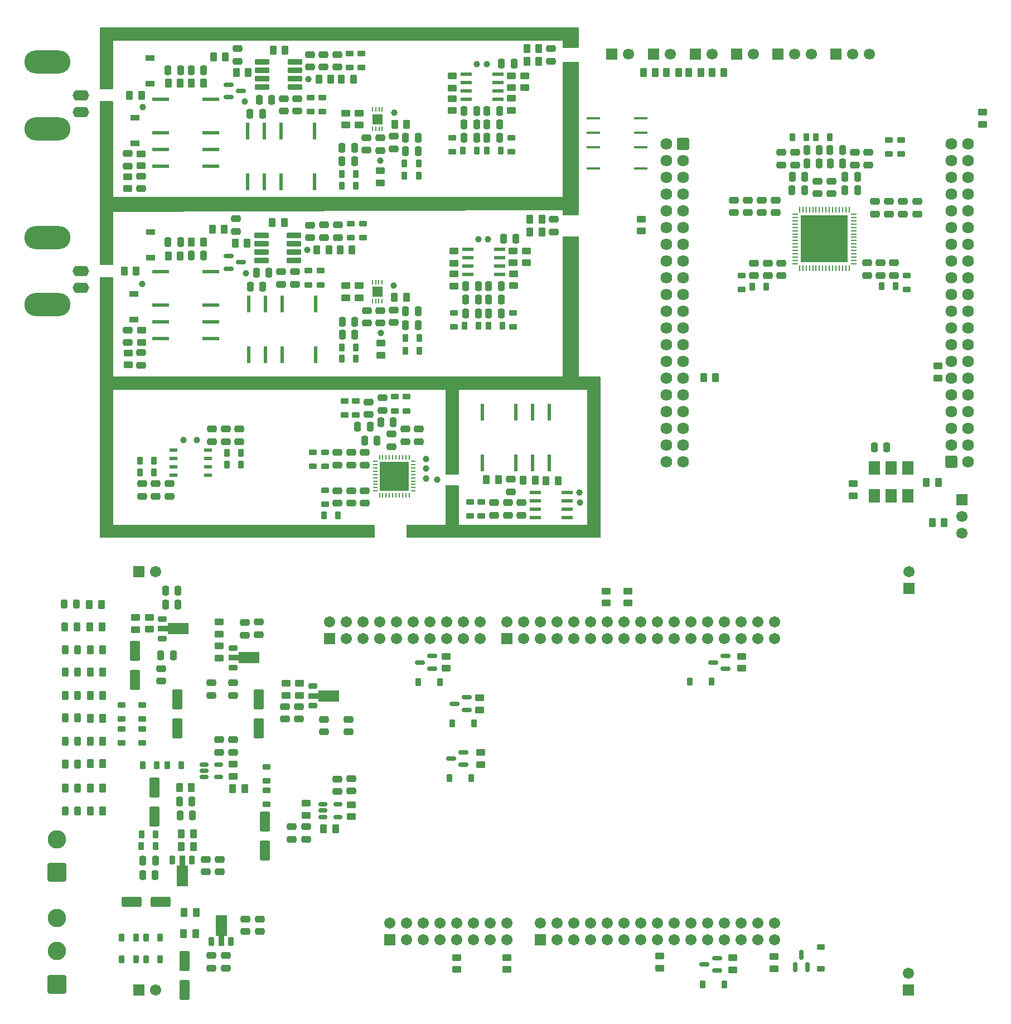
<source format=gts>
%TF.GenerationSoftware,KiCad,Pcbnew,9.0.6-9.0.6~ubuntu24.04.1*%
%TF.CreationDate,2025-12-16T01:45:29+01:00*%
%TF.ProjectId,DigitalOsciloscope,44696769-7461-46c4-9f73-63696c6f7363,rev?*%
%TF.SameCoordinates,Original*%
%TF.FileFunction,Soldermask,Top*%
%TF.FilePolarity,Negative*%
%FSLAX46Y46*%
G04 Gerber Fmt 4.6, Leading zero omitted, Abs format (unit mm)*
G04 Created by KiCad (PCBNEW 9.0.6-9.0.6~ubuntu24.04.1) date 2025-12-16 01:45:29*
%MOMM*%
%LPD*%
G01*
G04 APERTURE LIST*
G04 Aperture macros list*
%AMRoundRect*
0 Rectangle with rounded corners*
0 $1 Rounding radius*
0 $2 $3 $4 $5 $6 $7 $8 $9 X,Y pos of 4 corners*
0 Add a 4 corners polygon primitive as box body*
4,1,4,$2,$3,$4,$5,$6,$7,$8,$9,$2,$3,0*
0 Add four circle primitives for the rounded corners*
1,1,$1+$1,$2,$3*
1,1,$1+$1,$4,$5*
1,1,$1+$1,$6,$7*
1,1,$1+$1,$8,$9*
0 Add four rect primitives between the rounded corners*
20,1,$1+$1,$2,$3,$4,$5,0*
20,1,$1+$1,$4,$5,$6,$7,0*
20,1,$1+$1,$6,$7,$8,$9,0*
20,1,$1+$1,$8,$9,$2,$3,0*%
%AMFreePoly0*
4,1,9,3.862500,-0.866500,0.737500,-0.866500,0.737500,-0.450000,-0.737500,-0.450000,-0.737500,0.450000,0.737500,0.450000,0.737500,0.866500,3.862500,0.866500,3.862500,-0.866500,3.862500,-0.866500,$1*%
G04 Aperture macros list end*
%ADD10RoundRect,0.250000X-0.475000X0.250000X-0.475000X-0.250000X0.475000X-0.250000X0.475000X0.250000X0*%
%ADD11RoundRect,0.250000X-0.450000X0.262500X-0.450000X-0.262500X0.450000X-0.262500X0.450000X0.262500X0*%
%ADD12RoundRect,0.250000X0.475000X-0.250000X0.475000X0.250000X-0.475000X0.250000X-0.475000X-0.250000X0*%
%ADD13RoundRect,0.250000X0.262500X0.450000X-0.262500X0.450000X-0.262500X-0.450000X0.262500X-0.450000X0*%
%ADD14RoundRect,0.250000X0.250000X0.475000X-0.250000X0.475000X-0.250000X-0.475000X0.250000X-0.475000X0*%
%ADD15R,1.700000X1.700000*%
%ADD16C,1.700000*%
%ADD17RoundRect,0.250000X-0.550000X1.250000X-0.550000X-1.250000X0.550000X-1.250000X0.550000X1.250000X0*%
%ADD18RoundRect,0.218750X0.218750X0.381250X-0.218750X0.381250X-0.218750X-0.381250X0.218750X-0.381250X0*%
%ADD19RoundRect,0.250000X-0.250000X-0.475000X0.250000X-0.475000X0.250000X0.475000X-0.250000X0.475000X0*%
%ADD20R,1.676400X0.508000*%
%ADD21RoundRect,0.218750X-0.218750X-0.381250X0.218750X-0.381250X0.218750X0.381250X-0.218750X0.381250X0*%
%ADD22RoundRect,0.218750X-0.381250X0.218750X-0.381250X-0.218750X0.381250X-0.218750X0.381250X0.218750X0*%
%ADD23R,2.616200X0.508000*%
%ADD24RoundRect,0.250000X-0.262500X-0.450000X0.262500X-0.450000X0.262500X0.450000X-0.262500X0.450000X0*%
%ADD25RoundRect,0.150000X0.587500X0.150000X-0.587500X0.150000X-0.587500X-0.150000X0.587500X-0.150000X0*%
%ADD26RoundRect,0.250000X0.450000X-0.262500X0.450000X0.262500X-0.450000X0.262500X-0.450000X-0.262500X0*%
%ADD27C,1.000000*%
%ADD28RoundRect,0.225000X-0.425000X-0.225000X0.425000X-0.225000X0.425000X0.225000X-0.425000X0.225000X0*%
%ADD29FreePoly0,0.000000*%
%ADD30RoundRect,0.218750X0.381250X-0.218750X0.381250X0.218750X-0.381250X0.218750X-0.381250X-0.218750X0*%
%ADD31RoundRect,0.225000X-0.225000X-0.375000X0.225000X-0.375000X0.225000X0.375000X-0.225000X0.375000X0*%
%ADD32RoundRect,0.243750X0.243750X0.456250X-0.243750X0.456250X-0.243750X-0.456250X0.243750X-0.456250X0*%
%ADD33R,1.400000X0.900000*%
%ADD34RoundRect,0.100500X-0.986500X-0.301500X0.986500X-0.301500X0.986500X0.301500X-0.986500X0.301500X0*%
%ADD35R,1.800000X2.000000*%
%ADD36R,2.133600X0.457200*%
%ADD37RoundRect,0.102000X0.754000X-0.754000X0.754000X0.754000X-0.754000X0.754000X-0.754000X-0.754000X0*%
%ADD38C,1.712000*%
%ADD39O,2.500000X1.600000*%
%ADD40O,7.000000X3.500000*%
%ADD41RoundRect,0.250001X1.149999X-1.149999X1.149999X1.149999X-1.149999X1.149999X-1.149999X-1.149999X0*%
%ADD42C,2.800000*%
%ADD43RoundRect,0.150000X-0.512500X-0.150000X0.512500X-0.150000X0.512500X0.150000X-0.512500X0.150000X0*%
%ADD44RoundRect,0.225000X0.225000X0.375000X-0.225000X0.375000X-0.225000X-0.375000X0.225000X-0.375000X0*%
%ADD45R,0.508000X2.616200*%
%ADD46RoundRect,0.062500X-0.062500X0.375000X-0.062500X-0.375000X0.062500X-0.375000X0.062500X0.375000X0*%
%ADD47RoundRect,0.062500X-0.375000X0.062500X-0.375000X-0.062500X0.375000X-0.062500X0.375000X0.062500X0*%
%ADD48R,7.150000X7.150000*%
%ADD49RoundRect,0.150000X-0.587500X-0.150000X0.587500X-0.150000X0.587500X0.150000X-0.587500X0.150000X0*%
%ADD50RoundRect,0.150000X0.150000X-0.587500X0.150000X0.587500X-0.150000X0.587500X-0.150000X-0.587500X0*%
%ADD51R,1.257300X0.508000*%
%ADD52R,0.711200X0.254000*%
%ADD53R,0.254000X0.711200*%
%ADD54R,4.495800X4.495800*%
%ADD55RoundRect,0.225000X0.375000X-0.225000X0.375000X0.225000X-0.375000X0.225000X-0.375000X-0.225000X0*%
%ADD56RoundRect,0.250000X0.550000X-1.250000X0.550000X1.250000X-0.550000X1.250000X-0.550000X-1.250000X0*%
%ADD57RoundRect,0.225000X-0.225000X0.425000X-0.225000X-0.425000X0.225000X-0.425000X0.225000X0.425000X0*%
%ADD58FreePoly0,270.000000*%
%ADD59R,0.274600X0.703200*%
%ADD60R,1.600000X1.600000*%
%ADD61RoundRect,0.225000X0.225000X-0.425000X0.225000X0.425000X-0.225000X0.425000X-0.225000X-0.425000X0*%
%ADD62FreePoly0,90.000000*%
%ADD63RoundRect,0.250000X1.250000X0.550000X-1.250000X0.550000X-1.250000X-0.550000X1.250000X-0.550000X0*%
%ADD64RoundRect,0.102000X0.795000X0.795000X-0.795000X0.795000X-0.795000X-0.795000X0.795000X-0.795000X0*%
%ADD65C,1.794000*%
G04 APERTURE END LIST*
D10*
%TO.C,C112*%
X153900000Y-152500000D03*
X153900000Y-154400000D03*
%TD*%
D11*
%TO.C,R44*%
X190500000Y-60397500D03*
X190500000Y-62222500D03*
%TD*%
D12*
%TO.C,C84*%
X233300000Y-81150000D03*
X233300000Y-79250000D03*
%TD*%
D13*
%TO.C,R18*%
X154262500Y-57500000D03*
X156087500Y-57500000D03*
%TD*%
D10*
%TO.C,C151*%
X253650000Y-72000000D03*
X253650000Y-73900000D03*
%TD*%
D14*
%TO.C,C146*%
X178050000Y-113600000D03*
X176150000Y-113600000D03*
%TD*%
D15*
%TO.C,J10*%
X214760000Y-57100000D03*
D16*
X217300000Y-57100000D03*
%TD*%
D17*
%TO.C,C126*%
X149900000Y-194700000D03*
X149900000Y-199100000D03*
%TD*%
D18*
%TO.C,L24*%
X185535349Y-100187500D03*
X183410349Y-100187500D03*
%TD*%
D12*
%TO.C,C89*%
X239600000Y-81150000D03*
X239600000Y-79250000D03*
%TD*%
D19*
%TO.C,C1*%
X147350000Y-85600000D03*
X149250000Y-85600000D03*
%TD*%
D20*
%TO.C,U1*%
X203097000Y-123611200D03*
X203097000Y-124881200D03*
X203097000Y-126151200D03*
X203097000Y-127421200D03*
X207923000Y-127421200D03*
X207923000Y-126151200D03*
X207923000Y-124881200D03*
X207923000Y-123611200D03*
%TD*%
D21*
%TO.C,L34*%
X242137500Y-69700000D03*
X244262500Y-69700000D03*
%TD*%
D10*
%TO.C,C71*%
X205500000Y-56250000D03*
X205500000Y-58150000D03*
%TD*%
D22*
%TO.C,L4*%
X193190000Y-125063700D03*
X193190000Y-127188700D03*
%TD*%
D11*
%TO.C,R30*%
X176330000Y-66037500D03*
X176330000Y-67862500D03*
%TD*%
D12*
%TO.C,C149*%
X177800000Y-111800000D03*
X177800000Y-109900000D03*
%TD*%
D13*
%TO.C,R49*%
X203662500Y-58200000D03*
X201837500Y-58200000D03*
%TD*%
D23*
%TO.C,K2*%
X146191300Y-63940000D03*
X146191300Y-69020000D03*
X146191300Y-71560000D03*
X146191300Y-74100000D03*
X153887500Y-74100000D03*
X153887500Y-71560000D03*
X153887500Y-69020000D03*
X153887500Y-63940000D03*
%TD*%
D24*
%TO.C,R56*%
X226437500Y-59900000D03*
X228262500Y-59900000D03*
%TD*%
D10*
%TO.C,C142*%
X177200000Y-117550000D03*
X177200000Y-119450000D03*
%TD*%
D25*
%TO.C,Q5*%
X192187500Y-164950000D03*
X192187500Y-163050000D03*
X190312500Y-164000000D03*
%TD*%
D12*
%TO.C,C96*%
X253480000Y-90650000D03*
X253480000Y-88750000D03*
%TD*%
%TO.C,C94*%
X246000000Y-78250000D03*
X246000000Y-76350000D03*
%TD*%
D21*
%TO.C,L54*%
X144037500Y-194500000D03*
X146162500Y-194500000D03*
%TD*%
D10*
%TO.C,C107*%
X165100000Y-156100000D03*
X165100000Y-158000000D03*
%TD*%
D26*
%TO.C,R52*%
X201750000Y-88762500D03*
X201750000Y-86937500D03*
%TD*%
D11*
%TO.C,R42*%
X190760000Y-90437500D03*
X190760000Y-92262500D03*
%TD*%
D12*
%TO.C,C37*%
X164937500Y-65700000D03*
X164937500Y-63800000D03*
%TD*%
D27*
%TO.C,TP22*%
X195904400Y-85202700D03*
%TD*%
D24*
%TO.C,R94*%
X135575000Y-157900000D03*
X137400000Y-157900000D03*
%TD*%
D28*
%TO.C,U15*%
X146500000Y-142800000D03*
D29*
X146587500Y-144300000D03*
D28*
X146500000Y-145800000D03*
%TD*%
D30*
%TO.C,L7*%
X168670000Y-92077500D03*
X168670000Y-89952500D03*
%TD*%
D24*
%TO.C,R95*%
X135575000Y-150900000D03*
X137400000Y-150900000D03*
%TD*%
D14*
%TO.C,C25*%
X162692700Y-90295600D03*
X160792700Y-90295600D03*
%TD*%
D31*
%TO.C,D3*%
X226600000Y-152300000D03*
X229900000Y-152300000D03*
%TD*%
D21*
%TO.C,L36*%
X245737500Y-69700000D03*
X247862500Y-69700000D03*
%TD*%
D32*
%TO.C,D13*%
X133637500Y-157860000D03*
X131762500Y-157860000D03*
%TD*%
D10*
%TO.C,C36*%
X173140000Y-83012500D03*
X173140000Y-84912500D03*
%TD*%
D15*
%TO.C,J8*%
X227400000Y-57100000D03*
D16*
X229940000Y-57100000D03*
%TD*%
D10*
%TO.C,C138*%
X175150000Y-123350000D03*
X175150000Y-125250000D03*
%TD*%
D24*
%TO.C,R5*%
X141525000Y-63350000D03*
X143350000Y-63350000D03*
%TD*%
D26*
%TO.C,R84*%
X167300000Y-154400000D03*
X167300000Y-152575000D03*
%TD*%
D15*
%TO.C,J7*%
X248760000Y-57100000D03*
D16*
X251300000Y-57100000D03*
X253840000Y-57100000D03*
%TD*%
D33*
%TO.C,C5*%
X144600000Y-61550000D03*
X144600000Y-57650000D03*
%TD*%
D10*
%TO.C,C108*%
X157200000Y-152500000D03*
X157200000Y-154400000D03*
%TD*%
D14*
%TO.C,C121*%
X148850000Y-138500000D03*
X146950000Y-138500000D03*
%TD*%
D24*
%TO.C,R1*%
X147400000Y-87700000D03*
X149225000Y-87700000D03*
%TD*%
D27*
%TO.C,TP24*%
X186512500Y-120000000D03*
%TD*%
D26*
%TO.C,R61*%
X264240000Y-106242500D03*
X264240000Y-104417500D03*
%TD*%
D12*
%TO.C,C7*%
X141240000Y-100847500D03*
X141240000Y-98947500D03*
%TD*%
D27*
%TO.C,TP25*%
X186512500Y-121500000D03*
%TD*%
D10*
%TO.C,C51*%
X177522849Y-95987500D03*
X177522849Y-97887500D03*
%TD*%
D14*
%TO.C,C106*%
X145400000Y-181700000D03*
X143500000Y-181700000D03*
%TD*%
D34*
%TO.C,U3*%
X161525000Y-84595000D03*
X161525000Y-85865000D03*
X161525000Y-87135000D03*
X161525000Y-88405000D03*
X166465000Y-88405000D03*
X166465000Y-87135000D03*
X166465000Y-85865000D03*
X166465000Y-84595000D03*
%TD*%
D17*
%TO.C,C103*%
X161100000Y-155000000D03*
X161100000Y-159400000D03*
%TD*%
D32*
%TO.C,D18*%
X133450000Y-140550000D03*
X131575000Y-140550000D03*
%TD*%
D11*
%TO.C,R28*%
X174350000Y-66037500D03*
X174350000Y-67862500D03*
%TD*%
D35*
%TO.C,Y1*%
X254610000Y-124100000D03*
X257150000Y-124100000D03*
X259690000Y-124100000D03*
X259690000Y-119900000D03*
X257150000Y-119900000D03*
X254610000Y-119900000D03*
%TD*%
D10*
%TO.C,C30*%
X171040000Y-83012500D03*
X171040000Y-84912500D03*
%TD*%
D26*
%TO.C,R75*%
X189600000Y-150312500D03*
X189600000Y-148487500D03*
%TD*%
D10*
%TO.C,C145*%
X175150000Y-117550000D03*
X175150000Y-119450000D03*
%TD*%
D24*
%TO.C,R82*%
X149387500Y-177400000D03*
X151212500Y-177400000D03*
%TD*%
D30*
%TO.C,L37*%
X234460000Y-92835000D03*
X234460000Y-90710000D03*
%TD*%
D27*
%TO.C,TP20*%
X195750000Y-58560000D03*
%TD*%
D36*
%TO.C,K7*%
X219094100Y-74400005D03*
X219094100Y-71200113D03*
X219094100Y-69000112D03*
X219094100Y-66800114D03*
X211905900Y-66800114D03*
X211905900Y-69000112D03*
X211905900Y-71200113D03*
X211905900Y-74400005D03*
%TD*%
D14*
%TO.C,C46*%
X185330000Y-69750000D03*
X183430000Y-69750000D03*
%TD*%
D24*
%TO.C,R3*%
X150887500Y-85600000D03*
X152712500Y-85600000D03*
%TD*%
D26*
%TO.C,R105*%
X157200000Y-166712500D03*
X157200000Y-164887500D03*
%TD*%
D21*
%TO.C,L23*%
X173727500Y-101575600D03*
X175852500Y-101575600D03*
%TD*%
D12*
%TO.C,C85*%
X256800000Y-81350000D03*
X256800000Y-79450000D03*
%TD*%
D30*
%TO.C,L16*%
X176737500Y-59112500D03*
X176737500Y-56987500D03*
%TD*%
D14*
%TO.C,C14*%
X161720000Y-92397500D03*
X159820000Y-92397500D03*
%TD*%
D10*
%TO.C,C38*%
X170987500Y-57150000D03*
X170987500Y-59050000D03*
%TD*%
D11*
%TO.C,R29*%
X174340000Y-92213100D03*
X174340000Y-94038100D03*
%TD*%
D10*
%TO.C,C52*%
X181622849Y-95887500D03*
X181622849Y-97787500D03*
%TD*%
D21*
%TO.C,L26*%
X192137500Y-71710000D03*
X194262500Y-71710000D03*
%TD*%
D13*
%TO.C,R51*%
X204105000Y-84070000D03*
X202280000Y-84070000D03*
%TD*%
D26*
%TO.C,R7*%
X201500000Y-62172500D03*
X201500000Y-60347500D03*
%TD*%
D19*
%TO.C,C101*%
X254600000Y-116800000D03*
X256500000Y-116800000D03*
%TD*%
D24*
%TO.C,R2*%
X147387500Y-61500000D03*
X149212500Y-61500000D03*
%TD*%
D26*
%TO.C,R88*%
X144500000Y-144400000D03*
X144500000Y-142575000D03*
%TD*%
D19*
%TO.C,C59*%
X196040000Y-92300000D03*
X197940000Y-92300000D03*
%TD*%
D10*
%TO.C,C139*%
X177200000Y-123350000D03*
X177200000Y-125250000D03*
%TD*%
D13*
%TO.C,R17*%
X206572500Y-121806200D03*
X204747500Y-121806200D03*
%TD*%
D14*
%TO.C,C31*%
X163087500Y-64045000D03*
X161187500Y-64045000D03*
%TD*%
D10*
%TO.C,C16*%
X201020000Y-125156200D03*
X201020000Y-127056200D03*
%TD*%
D32*
%TO.C,D12*%
X133637500Y-161400000D03*
X131762500Y-161400000D03*
%TD*%
D19*
%TO.C,C113*%
X146250000Y-148300000D03*
X148150000Y-148300000D03*
%TD*%
D12*
%TO.C,C144*%
X181300000Y-116650000D03*
X181300000Y-114750000D03*
%TD*%
D15*
%TO.C,J9*%
X221060000Y-57100000D03*
D16*
X223600000Y-57100000D03*
%TD*%
D24*
%TO.C,R27*%
X173457500Y-86820000D03*
X175282500Y-86820000D03*
%TD*%
D12*
%TO.C,C26*%
X168940000Y-84950000D03*
X168940000Y-83050000D03*
%TD*%
D20*
%TO.C,U8*%
X197713000Y-90505000D03*
X197713000Y-89235000D03*
X197713000Y-87965000D03*
X197713000Y-86695000D03*
X192887000Y-86695000D03*
X192887000Y-87965000D03*
X192887000Y-89235000D03*
X192887000Y-90505000D03*
%TD*%
D25*
%TO.C,Q6*%
X231975000Y-150350000D03*
X231975000Y-148450000D03*
X230100000Y-149400000D03*
%TD*%
D32*
%TO.C,D15*%
X133637500Y-154400000D03*
X131762500Y-154400000D03*
%TD*%
D37*
%TO.C,U11*%
X142960000Y-199140000D03*
D38*
X145500000Y-199140000D03*
D37*
X142960000Y-135640000D03*
D38*
X145500000Y-135640000D03*
D37*
X171916000Y-145800000D03*
D38*
X171916000Y-143260000D03*
X174456000Y-145800000D03*
X174456000Y-143260000D03*
X176996000Y-145800000D03*
X176996000Y-143260000D03*
X179536000Y-145800000D03*
X179536000Y-143260000D03*
X182076000Y-145800000D03*
X182076000Y-143260000D03*
X184616000Y-145800000D03*
X184616000Y-143260000D03*
X187156000Y-145800000D03*
X187156000Y-143260000D03*
X189696000Y-145800000D03*
X189696000Y-143260000D03*
X192236000Y-145800000D03*
X192236000Y-143260000D03*
X194776000Y-145800000D03*
X194776000Y-143260000D03*
D37*
X181060000Y-191520000D03*
D38*
X181060000Y-188980000D03*
X183600000Y-191520000D03*
X183600000Y-188980000D03*
X186140000Y-191520000D03*
X186140000Y-188980000D03*
X188680000Y-191520000D03*
X188680000Y-188980000D03*
X191220000Y-191520000D03*
X191220000Y-188980000D03*
X193760000Y-191520000D03*
X193760000Y-188980000D03*
X196300000Y-191520000D03*
X196300000Y-188980000D03*
X198840000Y-191520000D03*
X198840000Y-188980000D03*
D37*
X203920000Y-191520000D03*
D38*
X203920000Y-188980000D03*
X206460000Y-191520000D03*
X206460000Y-188980000D03*
X209000000Y-191520000D03*
X209000000Y-188980000D03*
X211540000Y-191520000D03*
X211540000Y-188980000D03*
X214080000Y-191520000D03*
X214080000Y-188980000D03*
X216620000Y-191520000D03*
X216620000Y-188980000D03*
X219160000Y-191520000D03*
X219160000Y-188980000D03*
X221700000Y-191520000D03*
X221700000Y-188980000D03*
X224240000Y-191520000D03*
X224240000Y-188980000D03*
X226780000Y-191520000D03*
X226780000Y-188980000D03*
X229320000Y-191520000D03*
X229320000Y-188980000D03*
X231860000Y-191520000D03*
X231860000Y-188980000D03*
X234400000Y-191520000D03*
X234400000Y-188980000D03*
X236940000Y-191520000D03*
X236940000Y-188980000D03*
X239480000Y-191520000D03*
X239480000Y-188980000D03*
D37*
X198840000Y-145800000D03*
D38*
X198840000Y-143260000D03*
X201380000Y-145800000D03*
X201380000Y-143260000D03*
X203920000Y-145800000D03*
X203920000Y-143260000D03*
X206460000Y-145800000D03*
X206460000Y-143260000D03*
X209000000Y-145800000D03*
X209000000Y-143260000D03*
X211540000Y-145800000D03*
X211540000Y-143260000D03*
X214080000Y-145800000D03*
X214080000Y-143260000D03*
X216620000Y-145800000D03*
X216620000Y-143260000D03*
X219160000Y-145800000D03*
X219160000Y-143260000D03*
X221700000Y-145800000D03*
X221700000Y-143260000D03*
X224240000Y-145800000D03*
X224240000Y-143260000D03*
X226780000Y-145800000D03*
X226780000Y-143260000D03*
X229320000Y-145800000D03*
X229320000Y-143260000D03*
X231860000Y-145800000D03*
X231860000Y-143260000D03*
X234400000Y-145800000D03*
X234400000Y-143260000D03*
X236940000Y-145800000D03*
X236940000Y-143260000D03*
X239480000Y-145800000D03*
X239480000Y-143260000D03*
D37*
X259820000Y-138180000D03*
D38*
X259820000Y-135640000D03*
D37*
X259800000Y-199140000D03*
D38*
X259800000Y-196600000D03*
%TD*%
D25*
%TO.C,Q4*%
X192687500Y-156612500D03*
X192687500Y-154712500D03*
X190812500Y-155662500D03*
%TD*%
D18*
%TO.C,L52*%
X145462500Y-175500000D03*
X143337500Y-175500000D03*
%TD*%
D19*
%TO.C,C54*%
X198280000Y-85060000D03*
X200180000Y-85060000D03*
%TD*%
D24*
%TO.C,R98*%
X135500000Y-144000000D03*
X137325000Y-144000000D03*
%TD*%
%TO.C,R25*%
X170237500Y-60850000D03*
X172062500Y-60850000D03*
%TD*%
D19*
%TO.C,C78*%
X247850000Y-71600000D03*
X249750000Y-71600000D03*
%TD*%
D39*
%TO.C,J2*%
X134080000Y-90000000D03*
D40*
X129000000Y-95080000D03*
D39*
X134080000Y-92540000D03*
D40*
X129000000Y-84920000D03*
%TD*%
D14*
%TO.C,C91*%
X252050000Y-77700000D03*
X250150000Y-77700000D03*
%TD*%
D33*
%TO.C,C11*%
X142140000Y-97397500D03*
X142140000Y-93497500D03*
%TD*%
D27*
%TO.C,TP19*%
X194250000Y-58560000D03*
%TD*%
D11*
%TO.C,R31*%
X176340000Y-92225000D03*
X176340000Y-94050000D03*
%TD*%
D25*
%TO.C,Q2*%
X230687500Y-196200000D03*
X230687500Y-194300000D03*
X228812500Y-195250000D03*
%TD*%
D26*
%TO.C,R62*%
X271000000Y-67712500D03*
X271000000Y-65887500D03*
%TD*%
%TO.C,R87*%
X155100000Y-145100000D03*
X155100000Y-143275000D03*
%TD*%
D17*
%TO.C,C104*%
X148800000Y-155000000D03*
X148800000Y-159400000D03*
%TD*%
D27*
%TO.C,TP23*%
X186512500Y-118500000D03*
%TD*%
D41*
%TO.C,J12*%
X130467500Y-198250000D03*
D42*
X130467500Y-193250000D03*
X130467500Y-188250000D03*
%TD*%
D11*
%TO.C,R33*%
X179640000Y-100963100D03*
X179640000Y-102788100D03*
%TD*%
D32*
%TO.C,D14*%
X133637500Y-150900000D03*
X131762500Y-150900000D03*
%TD*%
D24*
%TO.C,R101*%
X135412500Y-140600000D03*
X137237500Y-140600000D03*
%TD*%
D19*
%TO.C,C4*%
X150862500Y-87600000D03*
X152762500Y-87600000D03*
%TD*%
D14*
%TO.C,C48*%
X185322849Y-96087500D03*
X183422849Y-96087500D03*
%TD*%
D10*
%TO.C,C40*%
X173037500Y-57150000D03*
X173037500Y-59050000D03*
%TD*%
D30*
%TO.C,L48*%
X140300000Y-157962500D03*
X140300000Y-155837500D03*
%TD*%
D12*
%TO.C,C18*%
X198940000Y-127076200D03*
X198940000Y-125176200D03*
%TD*%
D24*
%TO.C,R55*%
X223037500Y-59900000D03*
X224862500Y-59900000D03*
%TD*%
D12*
%TO.C,C29*%
X164540000Y-91997500D03*
X164540000Y-90097500D03*
%TD*%
D25*
%TO.C,Q3*%
X187500000Y-150350000D03*
X187500000Y-148450000D03*
X185625000Y-149400000D03*
%TD*%
D11*
%TO.C,R11*%
X141237500Y-75657500D03*
X141237500Y-77482500D03*
%TD*%
D14*
%TO.C,C42*%
X185330000Y-71800000D03*
X183430000Y-71800000D03*
%TD*%
D33*
%TO.C,C3*%
X144700000Y-87950000D03*
X144700000Y-84050000D03*
%TD*%
D22*
%TO.C,L35*%
X256800000Y-70137500D03*
X256800000Y-72262500D03*
%TD*%
D19*
%TO.C,C66*%
X192550000Y-94350000D03*
X194450000Y-94350000D03*
%TD*%
D13*
%TO.C,R21*%
X159550000Y-59900000D03*
X157725000Y-59900000D03*
%TD*%
D11*
%TO.C,R59*%
X219200000Y-82087500D03*
X219200000Y-83912500D03*
%TD*%
D24*
%TO.C,R36*%
X181767500Y-67750000D03*
X183592500Y-67750000D03*
%TD*%
D19*
%TO.C,C125*%
X149150000Y-172600000D03*
X151050000Y-172600000D03*
%TD*%
D12*
%TO.C,C35*%
X166642700Y-91995600D03*
X166642700Y-90095600D03*
%TD*%
D10*
%TO.C,C115*%
X171000000Y-158050000D03*
X171000000Y-159950000D03*
%TD*%
D12*
%TO.C,C135*%
X157200000Y-163050000D03*
X157200000Y-161150000D03*
%TD*%
D32*
%TO.C,D10*%
X133637500Y-168480000D03*
X131762500Y-168480000D03*
%TD*%
D17*
%TO.C,C122*%
X162100000Y-173600000D03*
X162100000Y-178000000D03*
%TD*%
D18*
%TO.C,L19*%
X175852500Y-103325600D03*
X173727500Y-103325600D03*
%TD*%
D19*
%TO.C,C64*%
X192300000Y-67760000D03*
X194200000Y-67760000D03*
%TD*%
D10*
%TO.C,C148*%
X173100000Y-117550000D03*
X173100000Y-119450000D03*
%TD*%
D13*
%TO.C,R22*%
X165002500Y-82650000D03*
X163177500Y-82650000D03*
%TD*%
%TO.C,R103*%
X151525000Y-190600000D03*
X149700000Y-190600000D03*
%TD*%
D43*
%TO.C,U16*%
X152800000Y-164900000D03*
X152800000Y-165850000D03*
X152800000Y-166800000D03*
X155075000Y-166800000D03*
X155075000Y-164900000D03*
%TD*%
D22*
%TO.C,L51*%
X162300000Y-168837500D03*
X162300000Y-170962500D03*
%TD*%
D18*
%TO.C,L39*%
X238202500Y-92370000D03*
X236077500Y-92370000D03*
%TD*%
D10*
%TO.C,C98*%
X255540000Y-88750000D03*
X255540000Y-90650000D03*
%TD*%
D14*
%TO.C,C56*%
X194200000Y-65710000D03*
X192300000Y-65710000D03*
%TD*%
D15*
%TO.C,J4*%
X239960000Y-57100000D03*
D16*
X242500000Y-57100000D03*
X245040000Y-57100000D03*
%TD*%
D19*
%TO.C,C68*%
X192300000Y-69810000D03*
X194200000Y-69810000D03*
%TD*%
D14*
%TO.C,C117*%
X148850000Y-140600000D03*
X146950000Y-140600000D03*
%TD*%
D32*
%TO.C,D11*%
X133637500Y-164840000D03*
X131762500Y-164840000D03*
%TD*%
%TO.C,D16*%
X133637500Y-147500000D03*
X131762500Y-147500000D03*
%TD*%
D18*
%TO.C,L10*%
X158462500Y-119400000D03*
X156337500Y-119400000D03*
%TD*%
D44*
%TO.C,D5*%
X231850000Y-198300000D03*
X228550000Y-198300000D03*
%TD*%
D14*
%TO.C,C80*%
X246250000Y-71600000D03*
X244350000Y-71600000D03*
%TD*%
%TO.C,C13*%
X161687500Y-66100000D03*
X159787500Y-66100000D03*
%TD*%
D22*
%TO.C,L32*%
X190760000Y-96340000D03*
X190760000Y-98465000D03*
%TD*%
D27*
%TO.C,TP16*%
X179640000Y-99425600D03*
%TD*%
D21*
%TO.C,L41*%
X140337500Y-191200000D03*
X142462500Y-191200000D03*
%TD*%
D30*
%TO.C,L12*%
X168987500Y-65812500D03*
X168987500Y-63687500D03*
%TD*%
D19*
%TO.C,C44*%
X173780000Y-71250000D03*
X175680000Y-71250000D03*
%TD*%
D10*
%TO.C,C129*%
X153900000Y-193900000D03*
X153900000Y-195800000D03*
%TD*%
D18*
%TO.C,L27*%
X198112500Y-98300000D03*
X195987500Y-98300000D03*
%TD*%
D24*
%TO.C,R26*%
X173675000Y-60850000D03*
X175500000Y-60850000D03*
%TD*%
D30*
%TO.C,L13*%
X176942700Y-84958100D03*
X176942700Y-82833100D03*
%TD*%
D45*
%TO.C,K6*%
X169624800Y-68751900D03*
X164544800Y-68751900D03*
X162004800Y-68751900D03*
X159464800Y-68751900D03*
X159464800Y-76448100D03*
X162004800Y-76448100D03*
X164544800Y-76448100D03*
X169624800Y-76448100D03*
%TD*%
D21*
%TO.C,L9*%
X143087500Y-118800000D03*
X145212500Y-118800000D03*
%TD*%
%TO.C,L53*%
X140337500Y-194500000D03*
X142462500Y-194500000D03*
%TD*%
D10*
%TO.C,C109*%
X146300000Y-150350000D03*
X146300000Y-152250000D03*
%TD*%
D19*
%TO.C,C53*%
X198000000Y-58510000D03*
X199900000Y-58510000D03*
%TD*%
D10*
%TO.C,C28*%
X156100000Y-114000000D03*
X156100000Y-115900000D03*
%TD*%
D24*
%TO.C,R92*%
X135600000Y-164800000D03*
X137425000Y-164800000D03*
%TD*%
D12*
%TO.C,C81*%
X237500000Y-81150000D03*
X237500000Y-79250000D03*
%TD*%
D21*
%TO.C,L46*%
X147237500Y-165000000D03*
X149362500Y-165000000D03*
%TD*%
D12*
%TO.C,C136*%
X175200000Y-168950000D03*
X175200000Y-167050000D03*
%TD*%
D21*
%TO.C,L6*%
X156337500Y-117600000D03*
X158462500Y-117600000D03*
%TD*%
D23*
%TO.C,K1*%
X146193800Y-90097500D03*
X146193800Y-95177500D03*
X146193800Y-97717500D03*
X146193800Y-100257500D03*
X153890000Y-100257500D03*
X153890000Y-97717500D03*
X153890000Y-95177500D03*
X153890000Y-90097500D03*
%TD*%
D24*
%TO.C,R60*%
X228675000Y-106200000D03*
X230500000Y-106200000D03*
%TD*%
D26*
%TO.C,R73*%
X217200000Y-140412500D03*
X217200000Y-138587500D03*
%TD*%
D10*
%TO.C,C152*%
X251600000Y-72000000D03*
X251600000Y-73900000D03*
%TD*%
D11*
%TO.C,R32*%
X179580000Y-74787500D03*
X179580000Y-76612500D03*
%TD*%
D22*
%TO.C,L29*%
X199500000Y-69747500D03*
X199500000Y-71872500D03*
%TD*%
%TO.C,L14*%
X174937500Y-56987500D03*
X174937500Y-59112500D03*
%TD*%
D14*
%TO.C,C87*%
X252050000Y-75700000D03*
X250150000Y-75700000D03*
%TD*%
D11*
%TO.C,R45*%
X199500000Y-60347500D03*
X199500000Y-62172500D03*
%TD*%
%TO.C,R47*%
X199780000Y-86947500D03*
X199780000Y-88772500D03*
%TD*%
D24*
%TO.C,R38*%
X181745000Y-93965600D03*
X183570000Y-93965600D03*
%TD*%
D11*
%TO.C,R77*%
X222000000Y-194000000D03*
X222000000Y-195825000D03*
%TD*%
D27*
%TO.C,TP15*%
X179580000Y-73250000D03*
%TD*%
D19*
%TO.C,C6*%
X150850000Y-59500000D03*
X152750000Y-59500000D03*
%TD*%
D10*
%TO.C,C49*%
X177480000Y-69750000D03*
X177480000Y-71650000D03*
%TD*%
D11*
%TO.C,R41*%
X199500000Y-63797500D03*
X199500000Y-65622500D03*
%TD*%
D10*
%TO.C,C97*%
X238410000Y-88780000D03*
X238410000Y-90680000D03*
%TD*%
D12*
%TO.C,C90*%
X248100000Y-78250000D03*
X248100000Y-76350000D03*
%TD*%
D21*
%TO.C,L50*%
X143300000Y-177300000D03*
X145425000Y-177300000D03*
%TD*%
D18*
%TO.C,L17*%
X175842500Y-77050000D03*
X173717500Y-77050000D03*
%TD*%
D24*
%TO.C,R96*%
X135575000Y-154400000D03*
X137400000Y-154400000D03*
%TD*%
D19*
%TO.C,C55*%
X195800000Y-65710000D03*
X197700000Y-65710000D03*
%TD*%
D44*
%TO.C,D8*%
X193350000Y-167000000D03*
X190050000Y-167000000D03*
%TD*%
D28*
%TO.C,U13*%
X169350000Y-153000000D03*
D29*
X169437500Y-154500000D03*
D28*
X169350000Y-156000000D03*
%TD*%
D21*
%TO.C,L28*%
X192387500Y-98300000D03*
X194512500Y-98300000D03*
%TD*%
D30*
%TO.C,L47*%
X143400000Y-157962500D03*
X143400000Y-155837500D03*
%TD*%
D26*
%TO.C,R80*%
X194800000Y-164900000D03*
X194800000Y-163075000D03*
%TD*%
D12*
%TO.C,C150*%
X179900000Y-111150000D03*
X179900000Y-109250000D03*
%TD*%
D21*
%TO.C,L18*%
X183267500Y-75500000D03*
X185392500Y-75500000D03*
%TD*%
D27*
%TO.C,TP13*%
X168480000Y-86820000D03*
%TD*%
D12*
%TO.C,C39*%
X166987500Y-65700000D03*
X166987500Y-63800000D03*
%TD*%
D24*
%TO.C,R4*%
X150887500Y-61500000D03*
X152712500Y-61500000D03*
%TD*%
D19*
%TO.C,C41*%
X173780000Y-73300000D03*
X175680000Y-73300000D03*
%TD*%
D12*
%TO.C,C140*%
X185450000Y-115900000D03*
X185450000Y-114000000D03*
%TD*%
D26*
%TO.C,R78*%
X194700000Y-156612500D03*
X194700000Y-154787500D03*
%TD*%
D27*
%TO.C,TP8*%
X159000000Y-64300000D03*
%TD*%
D24*
%TO.C,R106*%
X170987500Y-174700000D03*
X172812500Y-174700000D03*
%TD*%
D10*
%TO.C,C154*%
X240500000Y-72000000D03*
X240500000Y-73900000D03*
%TD*%
D12*
%TO.C,C33*%
X168937500Y-59050000D03*
X168937500Y-57150000D03*
%TD*%
D34*
%TO.C,U4*%
X161672500Y-58295000D03*
X161672500Y-59565000D03*
X161672500Y-60835000D03*
X161672500Y-62105000D03*
X166612500Y-62105000D03*
X166612500Y-60835000D03*
X166612500Y-59565000D03*
X166612500Y-58295000D03*
%TD*%
D10*
%TO.C,C127*%
X168300000Y-174350000D03*
X168300000Y-176250000D03*
%TD*%
%TO.C,C21*%
X157900000Y-56250000D03*
X157900000Y-58150000D03*
%TD*%
D12*
%TO.C,C93*%
X254700000Y-81350000D03*
X254700000Y-79450000D03*
%TD*%
D24*
%TO.C,R6*%
X140690200Y-89995600D03*
X142515200Y-89995600D03*
%TD*%
D13*
%TO.C,R83*%
X151212500Y-175400000D03*
X149387500Y-175400000D03*
%TD*%
D44*
%TO.C,D6*%
X188650000Y-152400000D03*
X185350000Y-152400000D03*
%TD*%
D33*
%TO.C,C12*%
X142297500Y-70610000D03*
X142297500Y-66710000D03*
%TD*%
D32*
%TO.C,D17*%
X133550000Y-144000000D03*
X131675000Y-144000000D03*
%TD*%
D12*
%TO.C,C133*%
X173100000Y-169000000D03*
X173100000Y-167100000D03*
%TD*%
D13*
%TO.C,R20*%
X159370000Y-85740000D03*
X157545000Y-85740000D03*
%TD*%
D46*
%TO.C,U9*%
X250750000Y-80692500D03*
X250250000Y-80692500D03*
X249750000Y-80692500D03*
X249250000Y-80692500D03*
X248750000Y-80692500D03*
X248250000Y-80692500D03*
X247750000Y-80692500D03*
X247250000Y-80692500D03*
X246750000Y-80692500D03*
X246250000Y-80692500D03*
X245750000Y-80692500D03*
X245250000Y-80692500D03*
X244750000Y-80692500D03*
X244250000Y-80692500D03*
X243750000Y-80692500D03*
X243250000Y-80692500D03*
D47*
X242562500Y-81380000D03*
X242562500Y-81880000D03*
X242562500Y-82380000D03*
X242562500Y-82880000D03*
X242562500Y-83380000D03*
X242562500Y-83880000D03*
X242562500Y-84380000D03*
X242562500Y-84880000D03*
X242562500Y-85380000D03*
X242562500Y-85880000D03*
X242562500Y-86380000D03*
X242562500Y-86880000D03*
X242562500Y-87380000D03*
X242562500Y-87880000D03*
X242562500Y-88380000D03*
X242562500Y-88880000D03*
D46*
X243250000Y-89567500D03*
X243750000Y-89567500D03*
X244250000Y-89567500D03*
X244750000Y-89567500D03*
X245250000Y-89567500D03*
X245750000Y-89567500D03*
X246250000Y-89567500D03*
X246750000Y-89567500D03*
X247250000Y-89567500D03*
X247750000Y-89567500D03*
X248250000Y-89567500D03*
X248750000Y-89567500D03*
X249250000Y-89567500D03*
X249750000Y-89567500D03*
X250250000Y-89567500D03*
X250750000Y-89567500D03*
D47*
X251437500Y-88880000D03*
X251437500Y-88380000D03*
X251437500Y-87880000D03*
X251437500Y-87380000D03*
X251437500Y-86880000D03*
X251437500Y-86380000D03*
X251437500Y-85880000D03*
X251437500Y-85380000D03*
X251437500Y-84880000D03*
X251437500Y-84380000D03*
X251437500Y-83880000D03*
X251437500Y-83380000D03*
X251437500Y-82880000D03*
X251437500Y-82380000D03*
X251437500Y-81880000D03*
X251437500Y-81380000D03*
D48*
X247000000Y-85130000D03*
%TD*%
D14*
%TO.C,C45*%
X185322849Y-98187500D03*
X183422849Y-98187500D03*
%TD*%
D10*
%TO.C,C131*%
X159100000Y-188350000D03*
X159100000Y-190250000D03*
%TD*%
D21*
%TO.C,L45*%
X144037500Y-191200000D03*
X146162500Y-191200000D03*
%TD*%
D32*
%TO.C,D9*%
X133637500Y-171980000D03*
X131762500Y-171980000D03*
%TD*%
D27*
%TO.C,TP10*%
X209867000Y-125131200D03*
%TD*%
D10*
%TO.C,C153*%
X242550000Y-72000000D03*
X242550000Y-73900000D03*
%TD*%
D30*
%TO.C,L2*%
X194940000Y-127188700D03*
X194940000Y-125063700D03*
%TD*%
D26*
%TO.C,R107*%
X175200000Y-172812500D03*
X175200000Y-170987500D03*
%TD*%
D12*
%TO.C,C24*%
X154050000Y-115900000D03*
X154050000Y-114000000D03*
%TD*%
D18*
%TO.C,L5*%
X145212500Y-120600000D03*
X143087500Y-120600000D03*
%TD*%
D26*
%TO.C,R86*%
X155100000Y-148725000D03*
X155100000Y-146900000D03*
%TD*%
D49*
%TO.C,D1*%
X156550000Y-61700000D03*
X156550000Y-63600000D03*
X158425000Y-62650000D03*
%TD*%
D13*
%TO.C,R102*%
X151612500Y-187400000D03*
X149787500Y-187400000D03*
%TD*%
D12*
%TO.C,C120*%
X159000000Y-145250000D03*
X159000000Y-143350000D03*
%TD*%
%TO.C,C57*%
X199440000Y-123496200D03*
X199440000Y-121596200D03*
%TD*%
D41*
%TO.C,J11*%
X130467500Y-181250000D03*
D42*
X130467500Y-176250000D03*
%TD*%
D13*
%TO.C,R34*%
X197539500Y-121700000D03*
X195714500Y-121700000D03*
%TD*%
D27*
%TO.C,TP9*%
X209827000Y-123641200D03*
%TD*%
D49*
%TO.C,D2*%
X156532500Y-87730000D03*
X156532500Y-89630000D03*
X158407500Y-88680000D03*
%TD*%
D12*
%TO.C,C27*%
X145450000Y-124200000D03*
X145450000Y-122300000D03*
%TD*%
D24*
%TO.C,R97*%
X135575000Y-147500000D03*
X137400000Y-147500000D03*
%TD*%
D21*
%TO.C,L42*%
X143537500Y-165000000D03*
X145662500Y-165000000D03*
%TD*%
D10*
%TO.C,C141*%
X183400000Y-114000000D03*
X183400000Y-115900000D03*
%TD*%
%TO.C,C10*%
X143247500Y-75600000D03*
X143247500Y-77500000D03*
%TD*%
D12*
%TO.C,C116*%
X161100000Y-145200000D03*
X161100000Y-143300000D03*
%TD*%
D30*
%TO.C,L44*%
X140300000Y-161662500D03*
X140300000Y-159537500D03*
%TD*%
D22*
%TO.C,L8*%
X175140000Y-82837500D03*
X175140000Y-84962500D03*
%TD*%
D24*
%TO.C,R91*%
X135575000Y-168500000D03*
X137400000Y-168500000D03*
%TD*%
D14*
%TO.C,C65*%
X197950000Y-94350000D03*
X196050000Y-94350000D03*
%TD*%
%TO.C,C92*%
X244000000Y-77700000D03*
X242100000Y-77700000D03*
%TD*%
D44*
%TO.C,D7*%
X193800000Y-158700000D03*
X190500000Y-158700000D03*
%TD*%
D10*
%TO.C,C8*%
X143290000Y-102397500D03*
X143290000Y-104297500D03*
%TD*%
D22*
%TO.C,L59*%
X181800000Y-109087500D03*
X181800000Y-111212500D03*
%TD*%
D50*
%TO.C,Q1*%
X242550000Y-195687500D03*
X244450000Y-195687500D03*
X243500000Y-193812500D03*
%TD*%
D10*
%TO.C,C72*%
X205950000Y-82150000D03*
X205950000Y-84050000D03*
%TD*%
%TO.C,C111*%
X167200000Y-156100000D03*
X167200000Y-158000000D03*
%TD*%
%TO.C,C124*%
X166100000Y-174350000D03*
X166100000Y-176250000D03*
%TD*%
D26*
%TO.C,R69*%
X239400000Y-195912500D03*
X239400000Y-194087500D03*
%TD*%
D14*
%TO.C,C110*%
X145450000Y-179500000D03*
X143550000Y-179500000D03*
%TD*%
D27*
%TO.C,TP21*%
X194504400Y-85202700D03*
%TD*%
%TO.C,TP14*%
X168637500Y-60850000D03*
%TD*%
D26*
%TO.C,R74*%
X213900000Y-140412500D03*
X213900000Y-138587500D03*
%TD*%
D10*
%TO.C,C34*%
X158150000Y-114000000D03*
X158150000Y-115900000D03*
%TD*%
D12*
%TO.C,C83*%
X261100000Y-81350000D03*
X261100000Y-79450000D03*
%TD*%
D10*
%TO.C,C100*%
X257590000Y-88750000D03*
X257590000Y-90650000D03*
%TD*%
D14*
%TO.C,C88*%
X244050000Y-75700000D03*
X242150000Y-75700000D03*
%TD*%
D30*
%TO.C,L62*%
X183600000Y-111212500D03*
X183600000Y-109087500D03*
%TD*%
D26*
%TO.C,R12*%
X234437500Y-150312500D03*
X234437500Y-148487500D03*
%TD*%
D27*
%TO.C,TP1*%
X143487500Y-65150000D03*
%TD*%
D51*
%TO.C,U2*%
X148164900Y-117170000D03*
X148164900Y-118440000D03*
X148164900Y-119710000D03*
X148164900Y-120980000D03*
X153410000Y-120980000D03*
X153410000Y-119710000D03*
X153410000Y-118440000D03*
X153410000Y-117170000D03*
%TD*%
D19*
%TO.C,C128*%
X149100000Y-170500000D03*
X151000000Y-170500000D03*
%TD*%
D24*
%TO.C,R23*%
X163325000Y-56450000D03*
X165150000Y-56450000D03*
%TD*%
D52*
%TO.C,U19*%
X178816900Y-118886933D03*
X178816900Y-119387059D03*
X178816900Y-119887185D03*
X178816900Y-120387311D03*
X178816900Y-120887437D03*
X178816900Y-121387563D03*
X178816900Y-121887689D03*
X178816900Y-122387815D03*
X178816900Y-122887941D03*
X178816900Y-123388067D03*
D53*
X179461933Y-124033100D03*
X179962059Y-124033100D03*
X180462185Y-124033100D03*
X180962311Y-124033100D03*
X181462437Y-124033100D03*
X181962563Y-124033100D03*
X182462689Y-124033100D03*
X182962815Y-124033100D03*
X183462941Y-124033100D03*
X183963067Y-124033100D03*
D52*
X184608100Y-123388067D03*
X184608100Y-122887941D03*
X184608100Y-122387815D03*
X184608100Y-121887689D03*
X184608100Y-121387563D03*
X184608100Y-120887437D03*
X184608100Y-120387311D03*
X184608100Y-119887185D03*
X184608100Y-119387059D03*
X184608100Y-118886933D03*
D53*
X183963067Y-118241900D03*
X183462941Y-118241900D03*
X182962815Y-118241900D03*
X182462689Y-118241900D03*
X181962563Y-118241900D03*
X181462437Y-118241900D03*
X180962311Y-118241900D03*
X180462185Y-118241900D03*
X179962059Y-118241900D03*
X179461933Y-118241900D03*
D54*
X181712500Y-121137500D03*
%TD*%
D13*
%TO.C,R19*%
X155887500Y-83625000D03*
X154062500Y-83625000D03*
%TD*%
D21*
%TO.C,L40*%
X255687500Y-92330000D03*
X257812500Y-92330000D03*
%TD*%
D12*
%TO.C,C132*%
X155100000Y-163050000D03*
X155100000Y-161150000D03*
%TD*%
D14*
%TO.C,C82*%
X246250000Y-73700000D03*
X244350000Y-73700000D03*
%TD*%
D15*
%TO.C,J6*%
X233675000Y-57100000D03*
D16*
X236215000Y-57100000D03*
%TD*%
D18*
%TO.C,L22*%
X185392500Y-73700000D03*
X183267500Y-73700000D03*
%TD*%
D21*
%TO.C,L21*%
X173717500Y-75250000D03*
X175842500Y-75250000D03*
%TD*%
D18*
%TO.C,L55*%
X173162500Y-127050000D03*
X171037500Y-127050000D03*
%TD*%
D24*
%TO.C,R64*%
X262487500Y-122100000D03*
X264312500Y-122100000D03*
%TD*%
D14*
%TO.C,C60*%
X194450000Y-92300000D03*
X192550000Y-92300000D03*
%TD*%
D19*
%TO.C,C47*%
X173790000Y-97675600D03*
X175690000Y-97675600D03*
%TD*%
D22*
%TO.C,L30*%
X190500000Y-69747500D03*
X190500000Y-71872500D03*
%TD*%
D12*
%TO.C,C20*%
X196840000Y-127076200D03*
X196840000Y-125176200D03*
%TD*%
D30*
%TO.C,L43*%
X143400000Y-161662500D03*
X143400000Y-159537500D03*
%TD*%
D22*
%TO.C,L15*%
X170787500Y-63687500D03*
X170787500Y-65812500D03*
%TD*%
D13*
%TO.C,R50*%
X204112500Y-82100000D03*
X202287500Y-82100000D03*
%TD*%
D30*
%TO.C,L61*%
X174150000Y-111862500D03*
X174150000Y-109737500D03*
%TD*%
%TO.C,L38*%
X259480000Y-92792500D03*
X259480000Y-90667500D03*
%TD*%
D55*
%TO.C,D4*%
X246500000Y-195950000D03*
X246500000Y-192650000D03*
%TD*%
D30*
%TO.C,L57*%
X171190000Y-119622500D03*
X171190000Y-117497500D03*
%TD*%
D18*
%TO.C,L25*%
X197862500Y-71710000D03*
X195737500Y-71710000D03*
%TD*%
D11*
%TO.C,R9*%
X141290000Y-102435000D03*
X141290000Y-104260000D03*
%TD*%
D27*
%TO.C,TP18*%
X181640000Y-92225600D03*
%TD*%
D13*
%TO.C,R15*%
X203102500Y-121786200D03*
X201277500Y-121786200D03*
%TD*%
D10*
%TO.C,C23*%
X147550000Y-122300000D03*
X147550000Y-124200000D03*
%TD*%
D56*
%TO.C,C123*%
X145300000Y-172800000D03*
X145300000Y-168400000D03*
%TD*%
D13*
%TO.C,R48*%
X203662500Y-56200000D03*
X201837500Y-56200000D03*
%TD*%
D57*
%TO.C,U12*%
X151000000Y-179450000D03*
D58*
X149500000Y-179537500D03*
D57*
X148000000Y-179450000D03*
%TD*%
D27*
%TO.C,TP7*%
X159210000Y-90357500D03*
%TD*%
D19*
%TO.C,C2*%
X147350000Y-59500000D03*
X149250000Y-59500000D03*
%TD*%
D12*
%TO.C,C77*%
X235400000Y-81150000D03*
X235400000Y-79250000D03*
%TD*%
D24*
%TO.C,R90*%
X135575000Y-172000000D03*
X137400000Y-172000000D03*
%TD*%
D14*
%TO.C,C69*%
X197950000Y-96400000D03*
X196050000Y-96400000D03*
%TD*%
%TO.C,C63*%
X197700000Y-67760000D03*
X195800000Y-67760000D03*
%TD*%
D30*
%TO.C,L56*%
X171200000Y-125412500D03*
X171200000Y-123287500D03*
%TD*%
D26*
%TO.C,R100*%
X168300000Y-172612500D03*
X168300000Y-170787500D03*
%TD*%
D27*
%TO.C,TP26*%
X188200000Y-121700000D03*
%TD*%
D14*
%TO.C,C67*%
X197700000Y-69810000D03*
X195800000Y-69810000D03*
%TD*%
D10*
%TO.C,C137*%
X173100000Y-123350000D03*
X173100000Y-125250000D03*
%TD*%
D56*
%TO.C,C105*%
X142300000Y-152100000D03*
X142300000Y-147700000D03*
%TD*%
D10*
%TO.C,C99*%
X236350000Y-88780000D03*
X236350000Y-90680000D03*
%TD*%
D27*
%TO.C,TP12*%
X151700000Y-115625000D03*
%TD*%
D28*
%TO.C,U14*%
X157200000Y-147200000D03*
D29*
X157287500Y-148700000D03*
D28*
X157200000Y-150200000D03*
%TD*%
D59*
%TO.C,U5*%
X179880001Y-65473399D03*
X179380000Y-65473399D03*
X178880000Y-65473399D03*
X178379999Y-65473399D03*
X178379999Y-68426601D03*
X178880000Y-68426601D03*
X179380000Y-68426601D03*
X179880001Y-68426601D03*
D60*
X179130000Y-66950000D03*
%TD*%
D12*
%TO.C,C61*%
X179580000Y-71700000D03*
X179580000Y-69800000D03*
%TD*%
%TO.C,C58*%
X179612849Y-97887500D03*
X179612849Y-95987500D03*
%TD*%
D11*
%TO.C,R63*%
X251400000Y-122287500D03*
X251400000Y-124112500D03*
%TD*%
D13*
%TO.C,R99*%
X150912500Y-168400000D03*
X149087500Y-168400000D03*
%TD*%
D24*
%TO.C,R57*%
X229937500Y-59900000D03*
X231762500Y-59900000D03*
%TD*%
D14*
%TO.C,C143*%
X179100000Y-115700000D03*
X177200000Y-115700000D03*
%TD*%
D22*
%TO.C,L58*%
X175900000Y-109737500D03*
X175900000Y-111862500D03*
%TD*%
D43*
%TO.C,U17*%
X170862500Y-170950000D03*
X170862500Y-171900000D03*
X170862500Y-172850000D03*
X173137500Y-172850000D03*
X173137500Y-170950000D03*
%TD*%
D22*
%TO.C,L31*%
X199750000Y-96340000D03*
X199750000Y-98465000D03*
%TD*%
D19*
%TO.C,C147*%
X179650000Y-112950000D03*
X181550000Y-112950000D03*
%TD*%
D27*
%TO.C,TP2*%
X143462700Y-91935600D03*
%TD*%
D12*
%TO.C,C9*%
X141247500Y-74050000D03*
X141247500Y-72150000D03*
%TD*%
D39*
%TO.C,J1*%
X134150000Y-63310000D03*
D40*
X129070000Y-68390000D03*
D39*
X134150000Y-65850000D03*
D40*
X129070000Y-58230000D03*
%TD*%
D21*
%TO.C,L20*%
X183410349Y-102087500D03*
X185535349Y-102087500D03*
%TD*%
D30*
%TO.C,L33*%
X258700000Y-72262500D03*
X258700000Y-70137500D03*
%TD*%
D20*
%TO.C,U20*%
X197426000Y-63910000D03*
X197426000Y-62640000D03*
X197426000Y-61370000D03*
X197426000Y-60100000D03*
X192600000Y-60100000D03*
X192600000Y-61370000D03*
X192600000Y-62640000D03*
X192600000Y-63910000D03*
%TD*%
D24*
%TO.C,R93*%
X135575000Y-161400000D03*
X137400000Y-161400000D03*
%TD*%
D10*
%TO.C,C130*%
X156100000Y-193900000D03*
X156100000Y-195800000D03*
%TD*%
D22*
%TO.C,L60*%
X169350000Y-117487500D03*
X169350000Y-119612500D03*
%TD*%
D10*
%TO.C,C22*%
X157700000Y-82050000D03*
X157700000Y-83950000D03*
%TD*%
D11*
%TO.C,R46*%
X190760000Y-86977500D03*
X190760000Y-88802500D03*
%TD*%
D45*
%TO.C,K4*%
X195100000Y-119096200D03*
X200180000Y-119096200D03*
X202720000Y-119096200D03*
X205260000Y-119096200D03*
X205260000Y-111400000D03*
X202720000Y-111400000D03*
X200180000Y-111400000D03*
X195100000Y-111400000D03*
%TD*%
D24*
%TO.C,R24*%
X169957500Y-86820000D03*
X171782500Y-86820000D03*
%TD*%
D61*
%TO.C,U18*%
X153937500Y-191750000D03*
D62*
X155437500Y-191662500D03*
D61*
X156937500Y-191750000D03*
%TD*%
D22*
%TO.C,L11*%
X170570000Y-89952500D03*
X170570000Y-92077500D03*
%TD*%
D26*
%TO.C,R8*%
X143340000Y-100810000D03*
X143340000Y-98985000D03*
%TD*%
D59*
%TO.C,U6*%
X179872850Y-91660899D03*
X179372849Y-91660899D03*
X178872849Y-91660899D03*
X178372848Y-91660899D03*
X178372848Y-94614101D03*
X178872849Y-94614101D03*
X179372849Y-94614101D03*
X179872850Y-94614101D03*
D60*
X179122849Y-93137500D03*
%TD*%
D11*
%TO.C,R89*%
X142400000Y-142587500D03*
X142400000Y-144412500D03*
%TD*%
D12*
%TO.C,C95*%
X240480000Y-90680000D03*
X240480000Y-88780000D03*
%TD*%
D19*
%TO.C,C70*%
X192550000Y-96400000D03*
X194450000Y-96400000D03*
%TD*%
D27*
%TO.C,TP17*%
X181680000Y-66000000D03*
%TD*%
D12*
%TO.C,C79*%
X258900000Y-81350000D03*
X258900000Y-79450000D03*
%TD*%
D19*
%TO.C,C86*%
X247900000Y-73700000D03*
X249800000Y-73700000D03*
%TD*%
D11*
%TO.C,R67*%
X198800000Y-194187500D03*
X198800000Y-196012500D03*
%TD*%
D12*
%TO.C,C118*%
X153100000Y-181200000D03*
X153100000Y-179300000D03*
%TD*%
D13*
%TO.C,R104*%
X159012500Y-168600000D03*
X157187500Y-168600000D03*
%TD*%
D19*
%TO.C,C43*%
X173790000Y-99675600D03*
X175690000Y-99675600D03*
%TD*%
D10*
%TO.C,C134*%
X161300000Y-188350000D03*
X161300000Y-190250000D03*
%TD*%
D26*
%TO.C,R71*%
X233100000Y-196062500D03*
X233100000Y-194237500D03*
%TD*%
D10*
%TO.C,C50*%
X181630000Y-69550000D03*
X181630000Y-71450000D03*
%TD*%
D22*
%TO.C,L49*%
X162300000Y-165237500D03*
X162300000Y-167362500D03*
%TD*%
D11*
%TO.C,R85*%
X165300000Y-152587500D03*
X165300000Y-154412500D03*
%TD*%
%TO.C,R43*%
X199790000Y-90397500D03*
X199790000Y-92222500D03*
%TD*%
D45*
%TO.C,K5*%
X169780000Y-94987500D03*
X164700000Y-94987500D03*
X162160000Y-94987500D03*
X159620000Y-94987500D03*
X159620000Y-102683700D03*
X162160000Y-102683700D03*
X164700000Y-102683700D03*
X169780000Y-102683700D03*
%TD*%
D11*
%TO.C,R40*%
X190500000Y-63835000D03*
X190500000Y-65660000D03*
%TD*%
D12*
%TO.C,C32*%
X143400000Y-124200000D03*
X143400000Y-122300000D03*
%TD*%
D15*
%TO.C,J5*%
X267915000Y-124710000D03*
D16*
X267915000Y-127250000D03*
X267915000Y-129790000D03*
%TD*%
D10*
%TO.C,C119*%
X174800000Y-158050000D03*
X174800000Y-159950000D03*
%TD*%
D63*
%TO.C,C102*%
X146200000Y-185800000D03*
X141800000Y-185800000D03*
%TD*%
D24*
%TO.C,R54*%
X219537500Y-59900000D03*
X221362500Y-59900000D03*
%TD*%
D26*
%TO.C,R10*%
X143247500Y-74012500D03*
X143247500Y-72187500D03*
%TD*%
D13*
%TO.C,R58*%
X265212500Y-128200000D03*
X263387500Y-128200000D03*
%TD*%
D12*
%TO.C,C114*%
X155200000Y-181200000D03*
X155200000Y-179300000D03*
%TD*%
D11*
%TO.C,R68*%
X191200000Y-194187500D03*
X191200000Y-196012500D03*
%TD*%
D64*
%TO.C,U10*%
X225550000Y-70670000D03*
D65*
X223010000Y-70670000D03*
X225550000Y-73210000D03*
X223010000Y-73210000D03*
X225550000Y-75750000D03*
X223010000Y-75750000D03*
X225550000Y-78290000D03*
X223010000Y-78290000D03*
X225550000Y-80830000D03*
X223010000Y-80830000D03*
X225550000Y-83370000D03*
X223010000Y-83370000D03*
X225550000Y-85910000D03*
X223010000Y-85910000D03*
X225550000Y-88450000D03*
X223010000Y-88450000D03*
X225550000Y-90990000D03*
X223010000Y-90990000D03*
X225550000Y-93530000D03*
X223010000Y-93530000D03*
X225550000Y-96070000D03*
X223010000Y-96070000D03*
X225550000Y-98610000D03*
X223010000Y-98610000D03*
X225550000Y-101150000D03*
X223010000Y-101150000D03*
X225550000Y-103690000D03*
X223010000Y-103690000D03*
X225550000Y-106230000D03*
X223010000Y-106230000D03*
X225550000Y-108770000D03*
X223010000Y-108770000D03*
X225550000Y-111310000D03*
X223010000Y-111310000D03*
X225550000Y-113850000D03*
X223010000Y-113850000D03*
X225550000Y-116390000D03*
X223010000Y-116390000D03*
X225550000Y-118930000D03*
X223010000Y-118930000D03*
D64*
X266320000Y-118930000D03*
D65*
X268860000Y-118930000D03*
X266320000Y-116390000D03*
X268860000Y-116390000D03*
X266320000Y-113850000D03*
X268860000Y-113850000D03*
X266320000Y-111310000D03*
X268860000Y-111310000D03*
X266320000Y-108770000D03*
X268860000Y-108770000D03*
X266320000Y-106230000D03*
X268860000Y-106230000D03*
X266320000Y-103690000D03*
X268860000Y-103690000D03*
X266320000Y-101150000D03*
X268860000Y-101150000D03*
X266320000Y-98610000D03*
X268860000Y-98610000D03*
X266320000Y-96070000D03*
X268860000Y-96070000D03*
X266320000Y-93530000D03*
X268860000Y-93530000D03*
X266320000Y-90990000D03*
X268860000Y-90990000D03*
X266320000Y-88450000D03*
X268860000Y-88450000D03*
X266320000Y-85910000D03*
X268860000Y-85910000D03*
X266320000Y-83370000D03*
X268860000Y-83370000D03*
X266320000Y-80830000D03*
X268860000Y-80830000D03*
X266320000Y-78290000D03*
X268860000Y-78290000D03*
X266320000Y-75750000D03*
X268860000Y-75750000D03*
X266320000Y-73210000D03*
X268860000Y-73210000D03*
X266320000Y-70670000D03*
X268860000Y-70670000D03*
%TD*%
D27*
%TO.C,TP11*%
X149700000Y-115650000D03*
%TD*%
G36*
X209693039Y-84769685D02*
G01*
X209738794Y-84822489D01*
X209750000Y-84874000D01*
X209750000Y-106000000D01*
X209750896Y-106000896D01*
X209814883Y-106019685D01*
X209860638Y-106072489D01*
X209870582Y-106141647D01*
X209841557Y-106205203D01*
X209782779Y-106242977D01*
X209772034Y-106245618D01*
X209761979Y-106247618D01*
X209737789Y-106250000D01*
X207262211Y-106250000D01*
X207238021Y-106247618D01*
X207227966Y-106245618D01*
X207166054Y-106213233D01*
X207131480Y-106152517D01*
X207135219Y-106082748D01*
X207176085Y-106026076D01*
X207241103Y-106000494D01*
X207249899Y-106000100D01*
X207250000Y-106000000D01*
X207250000Y-84874000D01*
X207269685Y-84806961D01*
X207322489Y-84761206D01*
X207374000Y-84750000D01*
X209626000Y-84750000D01*
X209693039Y-84769685D01*
G37*
G36*
X209693039Y-53019685D02*
G01*
X209738794Y-53072489D01*
X209750000Y-53124000D01*
X209750000Y-55976000D01*
X209730315Y-56043039D01*
X209677511Y-56088794D01*
X209626000Y-56100000D01*
X207374000Y-56100000D01*
X207306961Y-56080315D01*
X207261206Y-56027511D01*
X207250000Y-55976000D01*
X207250000Y-55000000D01*
X138989647Y-55000000D01*
X138989647Y-62276000D01*
X138969962Y-62343039D01*
X138917158Y-62388794D01*
X138865647Y-62400000D01*
X137113647Y-62400000D01*
X137046608Y-62380315D01*
X137000853Y-62327511D01*
X136989647Y-62276000D01*
X136989647Y-53124000D01*
X137009332Y-53056961D01*
X137062136Y-53011206D01*
X137113647Y-53000000D01*
X209626000Y-53000000D01*
X209693039Y-53019685D01*
G37*
G36*
X209693039Y-80519685D02*
G01*
X209738794Y-80572489D01*
X209750000Y-80624000D01*
X209750000Y-81376000D01*
X209730315Y-81443039D01*
X209677511Y-81488794D01*
X209626000Y-81500000D01*
X207374000Y-81500000D01*
X207306961Y-81480315D01*
X207261206Y-81427511D01*
X207250000Y-81376000D01*
X207250000Y-80750000D01*
X207249103Y-80749103D01*
X207185117Y-80730315D01*
X207139362Y-80677511D01*
X207129418Y-80608353D01*
X207158443Y-80544797D01*
X207217221Y-80507023D01*
X207227966Y-80504382D01*
X207238021Y-80502382D01*
X207262211Y-80500000D01*
X209626000Y-80500000D01*
X209693039Y-80519685D01*
G37*
G36*
X209693039Y-58269685D02*
G01*
X209738794Y-58322489D01*
X209750000Y-58374000D01*
X209750000Y-80876000D01*
X209730315Y-80943039D01*
X209677511Y-80988794D01*
X209626000Y-81000000D01*
X207374000Y-81000000D01*
X207306961Y-80980315D01*
X207261206Y-80927511D01*
X207250000Y-80876000D01*
X207250000Y-80750000D01*
X202999986Y-80750000D01*
X139000000Y-80999999D01*
X139000000Y-88976000D01*
X138980315Y-89043039D01*
X138927511Y-89088794D01*
X138876000Y-89100000D01*
X137124000Y-89100000D01*
X137056961Y-89080315D01*
X137011206Y-89027511D01*
X137000000Y-88976000D01*
X137000000Y-64324000D01*
X137019685Y-64256961D01*
X137072489Y-64211206D01*
X137124000Y-64200000D01*
X138876000Y-64200000D01*
X138943039Y-64219685D01*
X138988794Y-64272489D01*
X139000000Y-64324000D01*
X139000000Y-78750000D01*
X207250000Y-78750000D01*
X207250000Y-58374000D01*
X207269685Y-58306961D01*
X207322489Y-58261206D01*
X207374000Y-58250000D01*
X209626000Y-58250000D01*
X209693039Y-58269685D01*
G37*
G36*
X138943039Y-90919685D02*
G01*
X138988794Y-90972489D01*
X139000000Y-91024000D01*
X139000000Y-106000000D01*
X207250000Y-106000000D01*
X207250000Y-105874000D01*
X207269685Y-105806961D01*
X207322489Y-105761206D01*
X207374000Y-105750000D01*
X209626000Y-105750000D01*
X209693039Y-105769685D01*
X209738794Y-105822489D01*
X209750000Y-105874000D01*
X209750000Y-106000000D01*
X212876000Y-106000000D01*
X212943039Y-106019685D01*
X212988794Y-106072489D01*
X213000000Y-106124000D01*
X213000000Y-130376000D01*
X212980315Y-130443039D01*
X212927511Y-130488794D01*
X212876000Y-130500000D01*
X183674000Y-130500000D01*
X183606961Y-130480315D01*
X183561206Y-130427511D01*
X183550000Y-130376000D01*
X183550000Y-128624000D01*
X183569685Y-128556961D01*
X183622489Y-128511206D01*
X183674000Y-128500000D01*
X189500000Y-128500000D01*
X189500000Y-122624000D01*
X189519685Y-122556961D01*
X189572489Y-122511206D01*
X189624000Y-122500000D01*
X191376000Y-122500000D01*
X191443039Y-122519685D01*
X191488794Y-122572489D01*
X191500000Y-122624000D01*
X191500000Y-128500000D01*
X211000000Y-128500000D01*
X211000000Y-108000000D01*
X191500000Y-108000000D01*
X191500000Y-120776000D01*
X191480315Y-120843039D01*
X191427511Y-120888794D01*
X191376000Y-120900000D01*
X189624000Y-120900000D01*
X189556961Y-120880315D01*
X189511206Y-120827511D01*
X189500000Y-120776000D01*
X189500000Y-108000000D01*
X139000000Y-108000000D01*
X139000000Y-128500000D01*
X178576027Y-128500000D01*
X178643066Y-128519685D01*
X178688821Y-128572489D01*
X178700027Y-128623973D01*
X178700408Y-130376407D01*
X178680738Y-130443451D01*
X178627944Y-130489217D01*
X178576407Y-130500434D01*
X137123999Y-130500001D01*
X137056959Y-130480316D01*
X137011205Y-130427511D01*
X137000000Y-130376001D01*
X137000000Y-91024000D01*
X137019685Y-90956961D01*
X137072489Y-90911206D01*
X137124000Y-90900000D01*
X138876000Y-90900000D01*
X138943039Y-90919685D01*
G37*
M02*

</source>
